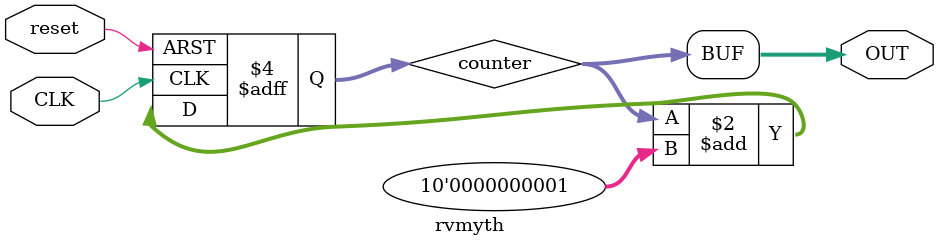
<source format=v>
module rvmyth (
    output reg [9:0] OUT,
    input wire CLK,
    input wire reset
);

    // Simple counter to generate changing DAC input
    reg [9:0] counter;

    always @(posedge CLK or posedge reset) begin
        if (reset) begin
            counter <= 10'd0;
        end else begin
            counter <= counter + 10'd1; // increments each clock
        end
    end

    // drive output
    always @(*) begin
        OUT = counter;
    end

endmodule


</source>
